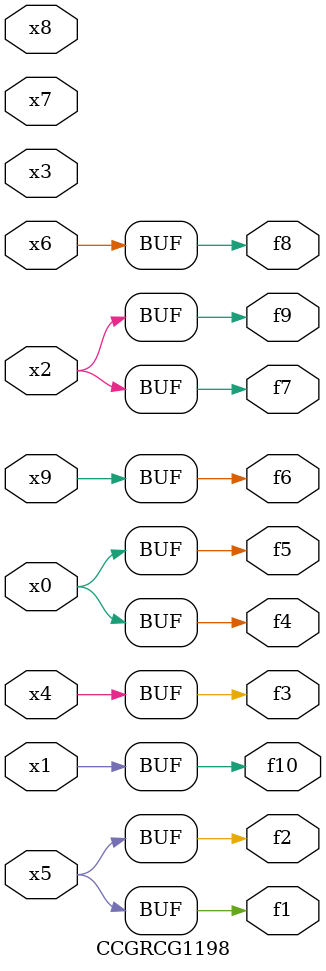
<source format=v>
module CCGRCG1198(
	input x0, x1, x2, x3, x4, x5, x6, x7, x8, x9,
	output f1, f2, f3, f4, f5, f6, f7, f8, f9, f10
);
	assign f1 = x5;
	assign f2 = x5;
	assign f3 = x4;
	assign f4 = x0;
	assign f5 = x0;
	assign f6 = x9;
	assign f7 = x2;
	assign f8 = x6;
	assign f9 = x2;
	assign f10 = x1;
endmodule

</source>
